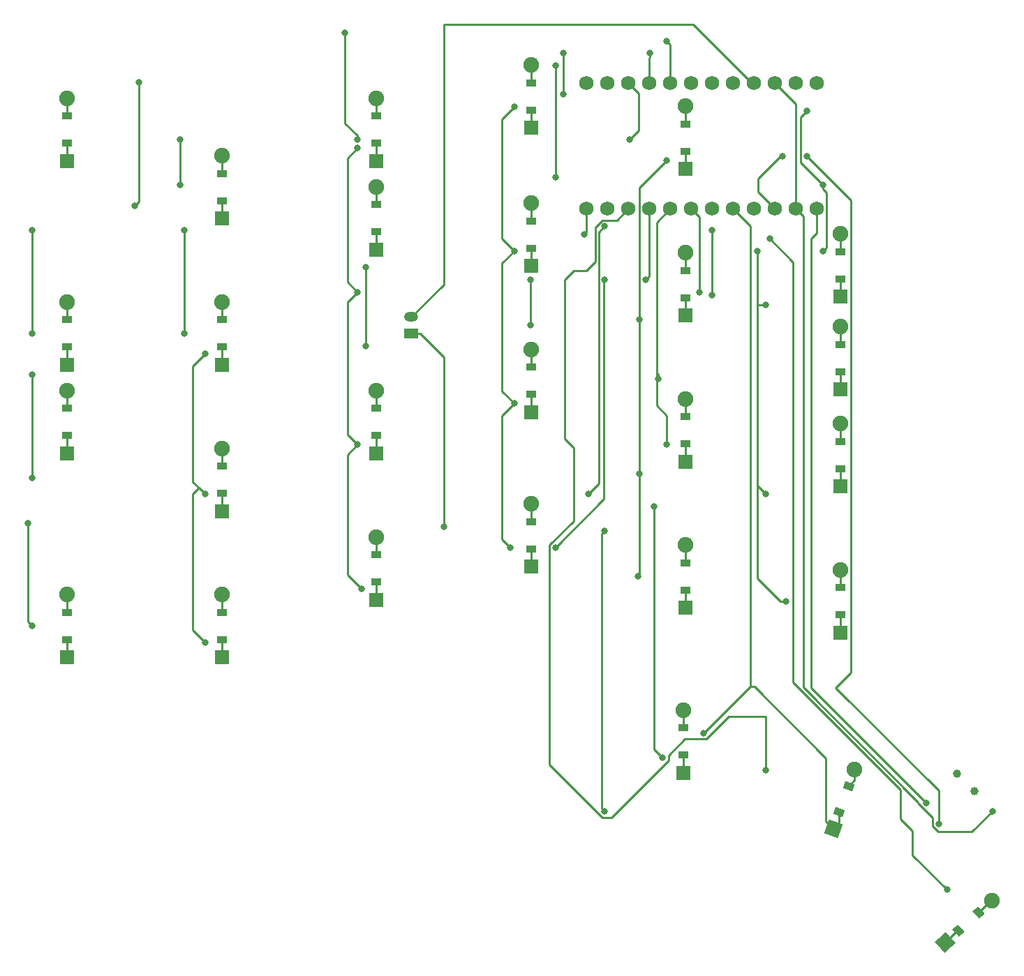
<source format=gbr>
%TF.GenerationSoftware,KiCad,Pcbnew,8.0.7*%
%TF.CreationDate,2024-12-27T12:49:26-06:00*%
%TF.ProjectId,left,6c656674-2e6b-4696-9361-645f70636258,v1.0.0*%
%TF.SameCoordinates,Original*%
%TF.FileFunction,Copper,L1,Top*%
%TF.FilePolarity,Positive*%
%FSLAX46Y46*%
G04 Gerber Fmt 4.6, Leading zero omitted, Abs format (unit mm)*
G04 Created by KiCad (PCBNEW 8.0.7) date 2024-12-27 12:49:26*
%MOMM*%
%LPD*%
G01*
G04 APERTURE LIST*
G04 Aperture macros list*
%AMRotRect*
0 Rectangle, with rotation*
0 The origin of the aperture is its center*
0 $1 length*
0 $2 width*
0 $3 Rotation angle, in degrees counterclockwise*
0 Add horizontal line*
21,1,$1,$2,0,0,$3*%
G04 Aperture macros list end*
%TA.AperFunction,WasherPad*%
%ADD10C,1.000000*%
%TD*%
%TA.AperFunction,ComponentPad*%
%ADD11R,1.778000X1.778000*%
%TD*%
%TA.AperFunction,SMDPad,CuDef*%
%ADD12R,1.200000X0.900000*%
%TD*%
%TA.AperFunction,ComponentPad*%
%ADD13C,1.905000*%
%TD*%
%TA.AperFunction,ComponentPad*%
%ADD14C,1.752600*%
%TD*%
%TA.AperFunction,ComponentPad*%
%ADD15RotRect,1.778000X1.778000X42.000000*%
%TD*%
%TA.AperFunction,SMDPad,CuDef*%
%ADD16RotRect,0.900000X1.200000X42.000000*%
%TD*%
%TA.AperFunction,ComponentPad*%
%ADD17R,1.700000X1.200000*%
%TD*%
%TA.AperFunction,ComponentPad*%
%ADD18O,1.700000X1.200000*%
%TD*%
%TA.AperFunction,ComponentPad*%
%ADD19RotRect,1.778000X1.778000X70.000000*%
%TD*%
%TA.AperFunction,SMDPad,CuDef*%
%ADD20RotRect,0.900000X1.200000X70.000000*%
%TD*%
%TA.AperFunction,ViaPad*%
%ADD21C,0.800000*%
%TD*%
%TA.AperFunction,Conductor*%
%ADD22C,0.250000*%
%TD*%
G04 APERTURE END LIST*
D10*
%TO.P,T1,*%
%TO.N,*%
X215677512Y-171443932D03*
X217835532Y-173527908D03*
%TD*%
D11*
%TO.P,D13,1*%
%TO.N,P115*%
X182800000Y-133560000D03*
D12*
X182800000Y-131400000D03*
%TO.P,D13,2*%
%TO.N,fifth_bottom*%
X182800000Y-128100000D03*
D13*
X182800000Y-125940000D03*
%TD*%
D11*
%TO.P,D14,1*%
%TO.N,P002*%
X182800000Y-115810000D03*
D12*
X182800000Y-113650000D03*
%TO.P,D14,2*%
%TO.N,fifth_home*%
X182800000Y-110350000D03*
D13*
X182800000Y-108190000D03*
%TD*%
D11*
%TO.P,D25,1*%
%TO.N,P002*%
X145300000Y-107810000D03*
D12*
X145300000Y-105650000D03*
%TO.P,D25,2*%
%TO.N,third_home*%
X145300000Y-102350000D03*
D13*
X145300000Y-100190000D03*
%TD*%
D14*
%TO.P,MCU1,1*%
%TO.N,P006*%
X198720000Y-87630000D03*
%TO.P,MCU1,2*%
%TO.N,P008*%
X196180000Y-87630000D03*
%TO.P,MCU1,3*%
%TO.N,GND*%
X193640000Y-87630000D03*
%TO.P,MCU1,4*%
X191100000Y-87630000D03*
%TO.P,MCU1,5*%
%TO.N,P017*%
X188560000Y-87630000D03*
%TO.P,MCU1,6*%
%TO.N,P020*%
X186020000Y-87630000D03*
%TO.P,MCU1,7*%
%TO.N,P022*%
X183480000Y-87630000D03*
%TO.P,MCU1,8*%
%TO.N,P024*%
X180940000Y-87630000D03*
%TO.P,MCU1,9*%
%TO.N,P100*%
X178400000Y-87630000D03*
%TO.P,MCU1,10*%
%TO.N,P011*%
X175860000Y-87630000D03*
%TO.P,MCU1,11*%
%TO.N,P104*%
X173320000Y-87630000D03*
%TO.P,MCU1,12*%
%TO.N,P106*%
X170780000Y-87630000D03*
%TO.P,MCU1,13*%
%TO.N,P009*%
X170780000Y-102870000D03*
%TO.P,MCU1,14*%
%TO.N,P010*%
X173320000Y-102870000D03*
%TO.P,MCU1,15*%
%TO.N,P111*%
X175860000Y-102870000D03*
%TO.P,MCU1,16*%
%TO.N,P113*%
X178400000Y-102870000D03*
%TO.P,MCU1,17*%
%TO.N,P115*%
X180940000Y-102870000D03*
%TO.P,MCU1,18*%
%TO.N,P002*%
X183480000Y-102870000D03*
%TO.P,MCU1,19*%
%TO.N,P029*%
X186020000Y-102870000D03*
%TO.P,MCU1,20*%
%TO.N,P031*%
X188560000Y-102870000D03*
%TO.P,MCU1,21*%
%TO.N,VCC*%
X191100000Y-102870000D03*
%TO.P,MCU1,22*%
%TO.N,RST*%
X193640000Y-102870000D03*
%TO.P,MCU1,23*%
%TO.N,GND*%
X196180000Y-102870000D03*
%TO.P,MCU1,24*%
%TO.N,RAW*%
X198720000Y-102870000D03*
%TD*%
D11*
%TO.P,D27,1*%
%TO.N,P029*%
X164050000Y-93060000D03*
D12*
X164050000Y-90900000D03*
%TO.P,D27,2*%
%TO.N,fourth_top*%
X164050000Y-87600000D03*
D13*
X164050000Y-85440000D03*
%TD*%
D11*
%TO.P,D1,1*%
%TO.N,P113*%
X107800000Y-157310000D03*
D12*
X107800000Y-155150000D03*
%TO.P,D1,2*%
%TO.N,first_mod*%
X107800000Y-151850000D03*
D13*
X107800000Y-149690000D03*
%TD*%
D11*
%TO.P,D12,1*%
%TO.N,P113*%
X182800000Y-151310000D03*
D12*
X182800000Y-149150000D03*
%TO.P,D12,2*%
%TO.N,fifth_mod*%
X182800000Y-145850000D03*
D13*
X182800000Y-143690000D03*
%TD*%
D11*
%TO.P,D11,1*%
%TO.N,P002*%
X164050000Y-109810000D03*
D12*
X164050000Y-107650000D03*
%TO.P,D11,2*%
%TO.N,fourth_home*%
X164050000Y-104350000D03*
D13*
X164050000Y-102190000D03*
%TD*%
D11*
%TO.P,D15,1*%
%TO.N,P029*%
X182800000Y-98060000D03*
D12*
X182800000Y-95900000D03*
%TO.P,D15,2*%
%TO.N,fifth_top*%
X182800000Y-92600000D03*
D13*
X182800000Y-90440000D03*
%TD*%
D15*
%TO.P,D20,1*%
%TO.N,P031*%
X214315419Y-191907998D03*
D16*
X215920612Y-190462676D03*
%TO.P,D20,2*%
%TO.N,far_thumb*%
X218372990Y-188254544D03*
D13*
X219978183Y-186809222D03*
%TD*%
D11*
%TO.P,D22,1*%
%TO.N,P002*%
X201550000Y-124810000D03*
D12*
X201550000Y-122650000D03*
%TO.P,D22,2*%
%TO.N,sixth_home*%
X201550000Y-119350000D03*
D13*
X201550000Y-117190000D03*
%TD*%
D11*
%TO.P,D18,1*%
%TO.N,P031*%
X182550000Y-171310000D03*
D12*
X182550000Y-169150000D03*
%TO.P,D18,2*%
%TO.N,near_thumb*%
X182550000Y-165850000D03*
D13*
X182550000Y-163690000D03*
%TD*%
D11*
%TO.P,D24,1*%
%TO.N,P029*%
X107800000Y-97060000D03*
D12*
X107800000Y-94900000D03*
%TO.P,D24,2*%
%TO.N,first_top*%
X107800000Y-91600000D03*
D13*
X107800000Y-89440000D03*
%TD*%
D11*
%TO.P,D9,1*%
%TO.N,P029*%
X145300000Y-97060000D03*
D12*
X145300000Y-94900000D03*
%TO.P,D9,2*%
%TO.N,third_top*%
X145300000Y-91600000D03*
D13*
X145300000Y-89440000D03*
%TD*%
D11*
%TO.P,D4,1*%
%TO.N,P115*%
X126550000Y-139560000D03*
D12*
X126550000Y-137400000D03*
%TO.P,D4,2*%
%TO.N,second_bottom*%
X126550000Y-134100000D03*
D13*
X126550000Y-131940000D03*
%TD*%
D11*
%TO.P,D3,1*%
%TO.N,P113*%
X126550000Y-157310000D03*
D12*
X126550000Y-155150000D03*
%TO.P,D3,2*%
%TO.N,second_mod*%
X126550000Y-151850000D03*
D13*
X126550000Y-149690000D03*
%TD*%
D11*
%TO.P,D16,1*%
%TO.N,P113*%
X201550000Y-154310000D03*
D12*
X201550000Y-152150000D03*
%TO.P,D16,2*%
%TO.N,sixth_mod*%
X201550000Y-148850000D03*
D13*
X201550000Y-146690000D03*
%TD*%
D11*
%TO.P,D17,1*%
%TO.N,P115*%
X201550000Y-136560000D03*
D12*
X201550000Y-134400000D03*
%TO.P,D17,2*%
%TO.N,sixth_bottom*%
X201550000Y-131100000D03*
D13*
X201550000Y-128940000D03*
%TD*%
D11*
%TO.P,D26,1*%
%TO.N,P113*%
X164050000Y-146310000D03*
D12*
X164050000Y-144150000D03*
%TO.P,D26,2*%
%TO.N,fourth_mod*%
X164050000Y-140850000D03*
D13*
X164050000Y-138690000D03*
%TD*%
D17*
%TO.P,JST1,1*%
%TO.N,pos*%
X149550000Y-118000000D03*
D18*
%TO.P,JST1,2*%
%TO.N,GND*%
X149550000Y-116000000D03*
%TD*%
D11*
%TO.P,D23,1*%
%TO.N,P115*%
X107800000Y-132560000D03*
D12*
X107800000Y-130400000D03*
%TO.P,D23,2*%
%TO.N,first_bottom*%
X107800000Y-127100000D03*
D13*
X107800000Y-124940000D03*
%TD*%
D11*
%TO.P,D21,1*%
%TO.N,P029*%
X201550000Y-113560000D03*
D12*
X201550000Y-111400000D03*
%TO.P,D21,2*%
%TO.N,sixth_top*%
X201550000Y-108100000D03*
D13*
X201550000Y-105940000D03*
%TD*%
D11*
%TO.P,D8,1*%
%TO.N,P115*%
X145300000Y-132560000D03*
D12*
X145300000Y-130400000D03*
%TO.P,D8,2*%
%TO.N,third_bottom*%
X145300000Y-127100000D03*
D13*
X145300000Y-124940000D03*
%TD*%
D11*
%TO.P,D7,1*%
%TO.N,P113*%
X145300000Y-150310000D03*
D12*
X145300000Y-148150000D03*
%TO.P,D7,2*%
%TO.N,third_mod*%
X145300000Y-144850000D03*
D13*
X145300000Y-142690000D03*
%TD*%
D11*
%TO.P,D10,1*%
%TO.N,P115*%
X164050000Y-127560000D03*
D12*
X164050000Y-125400000D03*
%TO.P,D10,2*%
%TO.N,fourth_bottom*%
X164050000Y-122100000D03*
D13*
X164050000Y-119940000D03*
%TD*%
D11*
%TO.P,D5,1*%
%TO.N,P002*%
X126550000Y-121810000D03*
D12*
X126550000Y-119650000D03*
%TO.P,D5,2*%
%TO.N,second_home*%
X126550000Y-116350000D03*
D13*
X126550000Y-114190000D03*
%TD*%
D19*
%TO.P,D19,1*%
%TO.N,P031*%
X200699005Y-178098413D03*
D20*
X201437769Y-176068677D03*
%TO.P,D19,2*%
%TO.N,home_thumb*%
X202566435Y-172967691D03*
D13*
X203305199Y-170937955D03*
%TD*%
D11*
%TO.P,D6,1*%
%TO.N,P029*%
X126550000Y-104060000D03*
D12*
X126550000Y-101900000D03*
%TO.P,D6,2*%
%TO.N,second_top*%
X126550000Y-98600000D03*
D13*
X126550000Y-96440000D03*
%TD*%
D11*
%TO.P,D2,1*%
%TO.N,P002*%
X107800000Y-121810000D03*
D12*
X107800000Y-119650000D03*
%TO.P,D2,2*%
%TO.N,first_home*%
X107800000Y-116350000D03*
D13*
X107800000Y-114190000D03*
%TD*%
D21*
%TO.N,P020*%
X116000000Y-102500000D03*
X103500000Y-105500000D03*
X103000000Y-141000000D03*
X103500000Y-153500000D03*
X103500000Y-118000000D03*
X103500000Y-123000000D03*
X103500000Y-135500000D03*
X116500000Y-87500000D03*
%TO.N,P022*%
X124500000Y-137500000D03*
X167000000Y-99000000D03*
X167000000Y-85500000D03*
X124500000Y-155500000D03*
X122000000Y-105500000D03*
X124500000Y-120500000D03*
X122000000Y-118000000D03*
%TO.N,P024*%
X143000000Y-131500000D03*
X143000000Y-94500000D03*
X143000000Y-95500000D03*
X143000000Y-113000000D03*
X141500000Y-81500000D03*
X143500000Y-149000000D03*
X180500000Y-82500000D03*
%TO.N,P100*%
X162000000Y-90500000D03*
X161500000Y-144000000D03*
X168000000Y-89000000D03*
X162000000Y-108000000D03*
X162000000Y-126500000D03*
X178500000Y-84000000D03*
X168000000Y-84000000D03*
%TO.N,P011*%
X177198700Y-116275000D03*
X180500000Y-97000000D03*
X176000000Y-94500000D03*
X177000000Y-147500000D03*
X177198700Y-135000000D03*
%TO.N,P017*%
X192500000Y-137500000D03*
X192500000Y-114500000D03*
X199500000Y-108000000D03*
X191500000Y-108000000D03*
X199500000Y-100000000D03*
X195000000Y-150500000D03*
X197500000Y-91000000D03*
%TO.N,P010*%
X173000000Y-105000000D03*
X180000000Y-169500000D03*
X171000000Y-137500000D03*
X179000000Y-139000000D03*
%TO.N,P111*%
X192500000Y-171000000D03*
%TO.N,P009*%
X170500000Y-106000000D03*
X193000000Y-106500000D03*
X214500000Y-185500000D03*
%TO.N,P113*%
X167000000Y-144000000D03*
X178000000Y-111500000D03*
X173000000Y-111500000D03*
%TO.N,P002*%
X164000000Y-111500000D03*
X144000000Y-119500000D03*
X144000000Y-110000000D03*
X164000000Y-117000000D03*
X184500000Y-113000000D03*
%TO.N,P115*%
X179500000Y-123500000D03*
X180500000Y-131500000D03*
%TO.N,P029*%
X186000000Y-105500000D03*
X186000000Y-113349998D03*
X121500000Y-100000000D03*
X121500000Y-94500000D03*
%TO.N,P031*%
X185000000Y-166500000D03*
%TO.N,RAW*%
X212000000Y-175000000D03*
%TO.N,GND*%
X220000000Y-176000000D03*
%TO.N,RST*%
X197500000Y-96500000D03*
X213500000Y-177500000D03*
X194512653Y-96487347D03*
%TO.N,pos*%
X173000000Y-176000000D03*
X153500000Y-141500000D03*
X173000000Y-142000000D03*
%TD*%
D22*
%TO.N,P020*%
X103000000Y-141000000D02*
X103000000Y-153000000D01*
X103500000Y-123000000D02*
X103500000Y-135500000D01*
X116500000Y-102000000D02*
X116500000Y-87500000D01*
X116000000Y-102500000D02*
X116500000Y-102000000D01*
X103500000Y-105500000D02*
X103500000Y-118000000D01*
X103000000Y-153000000D02*
X103500000Y-153500000D01*
%TO.N,first_mod*%
X107800000Y-151850000D02*
X107800000Y-149690000D01*
%TO.N,first_bottom*%
X107800000Y-127100000D02*
X107800000Y-124940000D01*
%TO.N,first_home*%
X107800000Y-116350000D02*
X107800000Y-114190000D01*
%TO.N,first_top*%
X107800000Y-91600000D02*
X107800000Y-89440000D01*
%TO.N,P022*%
X123024100Y-137475900D02*
X123024100Y-154024100D01*
X123750000Y-136750000D02*
X123024100Y-137475900D01*
X123024100Y-154024100D02*
X124500000Y-155500000D01*
X124500000Y-120500000D02*
X123024100Y-121975900D01*
X123750000Y-136750000D02*
X124500000Y-137500000D01*
X167000000Y-99000000D02*
X167000000Y-85500000D01*
X123024100Y-136024100D02*
X123750000Y-136750000D01*
X123024100Y-121975900D02*
X123024100Y-136024100D01*
X122000000Y-105500000D02*
X122000000Y-118000000D01*
%TO.N,second_mod*%
X126550000Y-149690000D02*
X126550000Y-151850000D01*
%TO.N,second_bottom*%
X126550000Y-131940000D02*
X126550000Y-134100000D01*
%TO.N,second_home*%
X126550000Y-114190000D02*
X126550000Y-116350000D01*
%TO.N,second_top*%
X126550000Y-98600000D02*
X126550000Y-96440000D01*
%TO.N,P024*%
X180500000Y-82500000D02*
X180940000Y-82940000D01*
X180940000Y-82940000D02*
X180940000Y-87630000D01*
X141774100Y-130274100D02*
X143000000Y-131500000D01*
X143000000Y-113000000D02*
X141774100Y-114225900D01*
X143000000Y-94000000D02*
X141500000Y-92500000D01*
X141774100Y-147274100D02*
X143500000Y-149000000D01*
X143000000Y-95500000D02*
X141774100Y-96725900D01*
X141774100Y-114225900D02*
X141774100Y-130274100D01*
X141774100Y-132725900D02*
X141774100Y-147274100D01*
X141500000Y-92500000D02*
X141500000Y-81500000D01*
X143000000Y-131500000D02*
X141774100Y-132725900D01*
X141774100Y-111774100D02*
X143000000Y-113000000D01*
X143000000Y-94500000D02*
X143000000Y-94000000D01*
X141774100Y-96725900D02*
X141774100Y-111774100D01*
%TO.N,third_mod*%
X145300000Y-144850000D02*
X145300000Y-142690000D01*
%TO.N,third_bottom*%
X145300000Y-127100000D02*
X145300000Y-124940000D01*
%TO.N,third_home*%
X145300000Y-102350000D02*
X145300000Y-100190000D01*
%TO.N,third_top*%
X145300000Y-91600000D02*
X145300000Y-89440000D01*
%TO.N,P100*%
X162000000Y-108000000D02*
X160524100Y-109475900D01*
X160524100Y-106524100D02*
X162000000Y-108000000D01*
X160524100Y-91975900D02*
X160524100Y-106524100D01*
X162000000Y-126500000D02*
X160524100Y-127975900D01*
X160524100Y-125024100D02*
X162000000Y-126500000D01*
X168000000Y-89000000D02*
X168000000Y-84000000D01*
X160524100Y-109475900D02*
X160524100Y-125024100D01*
X160524100Y-143024100D02*
X161500000Y-144000000D01*
X178500000Y-84500000D02*
X178400000Y-84600000D01*
X178400000Y-84600000D02*
X178400000Y-87630000D01*
X160524100Y-127975900D02*
X160524100Y-143024100D01*
X162000000Y-90500000D02*
X160524100Y-91975900D01*
X178500000Y-84000000D02*
X178500000Y-84500000D01*
%TO.N,fourth_mod*%
X164050000Y-138690000D02*
X164050000Y-140850000D01*
%TO.N,fourth_bottom*%
X164050000Y-119940000D02*
X164050000Y-122100000D01*
%TO.N,fourth_home*%
X164050000Y-102190000D02*
X164050000Y-104350000D01*
%TO.N,fourth_top*%
X164050000Y-85440000D02*
X164050000Y-87600000D01*
%TO.N,P011*%
X177089500Y-93410500D02*
X177089500Y-88859500D01*
X180500000Y-97000000D02*
X177198700Y-100301300D01*
X177198700Y-135000000D02*
X177198700Y-147301300D01*
X177198700Y-147301300D02*
X177000000Y-147500000D01*
X177198700Y-100301300D02*
X177198700Y-135000000D01*
X176000000Y-94500000D02*
X177089500Y-93410500D01*
X177089500Y-88859500D02*
X175860000Y-87630000D01*
%TO.N,fifth_mod*%
X182800000Y-143690000D02*
X182800000Y-145850000D01*
%TO.N,fifth_bottom*%
X182800000Y-125940000D02*
X182800000Y-128100000D01*
%TO.N,fifth_home*%
X182800000Y-108190000D02*
X182800000Y-110350000D01*
%TO.N,fifth_top*%
X182800000Y-90440000D02*
X182800000Y-92600000D01*
%TO.N,P017*%
X196775000Y-97275000D02*
X196775000Y-91725000D01*
X191500000Y-147704999D02*
X194295001Y-150500000D01*
X192500000Y-114500000D02*
X191500000Y-114500000D01*
X191500000Y-114500000D02*
X191500000Y-136500000D01*
X194295001Y-150500000D02*
X195000000Y-150500000D01*
X196775000Y-91725000D02*
X197500000Y-91000000D01*
X191500000Y-108000000D02*
X191500000Y-114500000D01*
X199921300Y-107578700D02*
X199500000Y-108000000D01*
X191500000Y-136500000D02*
X191500000Y-147704999D01*
X199500000Y-100000000D02*
X196775000Y-97275000D01*
X199921300Y-100921300D02*
X199921300Y-107578700D01*
X199500000Y-100000000D02*
X199500000Y-100500000D01*
X199500000Y-100500000D02*
X199921300Y-100921300D01*
X192500000Y-137500000D02*
X191500000Y-136500000D01*
%TO.N,sixth_mod*%
X201550000Y-146690000D02*
X201550000Y-148850000D01*
%TO.N,sixth_bottom*%
X201550000Y-128940000D02*
X201550000Y-131100000D01*
%TO.N,sixth_home*%
X201550000Y-117190000D02*
X201550000Y-119350000D01*
%TO.N,sixth_top*%
X201550000Y-105940000D02*
X201550000Y-108100000D01*
%TO.N,P010*%
X172275000Y-136225000D02*
X171000000Y-137500000D01*
X173000000Y-105000000D02*
X172275000Y-105725000D01*
X179000000Y-168500000D02*
X180000000Y-169500000D01*
X172275000Y-105725000D02*
X172275000Y-136225000D01*
X179000000Y-139000000D02*
X179000000Y-168500000D01*
%TO.N,near_thumb*%
X182550000Y-163690000D02*
X182550000Y-165850000D01*
%TO.N,P111*%
X180725000Y-169199695D02*
X180725000Y-169800305D01*
X166275000Y-170300305D02*
X166275000Y-143699695D01*
X188025305Y-164500000D02*
X185300305Y-167225000D01*
X169223350Y-110375000D02*
X170776650Y-110375000D01*
X169223350Y-131875000D02*
X168125000Y-130776650D01*
X173800305Y-176725000D02*
X172699695Y-176725000D01*
X185300305Y-167225000D02*
X182699695Y-167225000D01*
X166275000Y-143699695D02*
X169223350Y-140751345D01*
X192500000Y-164500000D02*
X188025305Y-164500000D01*
X192500000Y-171000000D02*
X192500000Y-164500000D01*
X172699695Y-176725000D02*
X166275000Y-170300305D01*
X174455000Y-104275000D02*
X175860000Y-102870000D01*
X171825000Y-105149695D02*
X172699695Y-104275000D01*
X169223350Y-140751345D02*
X169223350Y-131875000D01*
X182699695Y-167225000D02*
X180725000Y-169199695D01*
X170776650Y-110375000D02*
X171825000Y-109326650D01*
X180725000Y-169800305D02*
X173800305Y-176725000D01*
X168125000Y-130776650D02*
X168125000Y-111473350D01*
X172699695Y-104275000D02*
X174455000Y-104275000D01*
X171825000Y-109326650D02*
X171825000Y-105149695D01*
X168125000Y-111473350D02*
X169223350Y-110375000D01*
%TO.N,home_thumb*%
X203305199Y-170937955D02*
X203305199Y-172228927D01*
X203305199Y-172228927D02*
X202566435Y-172967691D01*
%TO.N,P009*%
X170780000Y-105720000D02*
X170780000Y-102870000D01*
X208893837Y-176911976D02*
X208893837Y-173393837D01*
X214500000Y-185500000D02*
X210340587Y-181340587D01*
X208893837Y-173393837D02*
X195839500Y-160339500D01*
X195839500Y-160339500D02*
X195839500Y-109339500D01*
X170500000Y-106000000D02*
X170780000Y-105720000D01*
X210340587Y-178358726D02*
X208893837Y-176911976D01*
X195839500Y-109339500D02*
X193000000Y-106500000D01*
X210340587Y-181340587D02*
X210340587Y-178358726D01*
%TO.N,far_thumb*%
X219978183Y-186809222D02*
X219818312Y-186809222D01*
X219818312Y-186809222D02*
X218372990Y-188254544D01*
%TO.N,P113*%
X167000000Y-144000000D02*
X172910500Y-138089500D01*
X126550000Y-155150000D02*
X126550000Y-157310000D01*
X107800000Y-155150000D02*
X107800000Y-157310000D01*
X164050000Y-144150000D02*
X164050000Y-146310000D01*
X201550000Y-152150000D02*
X201550000Y-154310000D01*
X178000000Y-111500000D02*
X178400000Y-111100000D01*
X182800000Y-149150000D02*
X182800000Y-151310000D01*
X172910500Y-138089500D02*
X172910500Y-111589500D01*
X172910500Y-111589500D02*
X173000000Y-111500000D01*
X145300000Y-150310000D02*
X145300000Y-148150000D01*
X178400000Y-111100000D02*
X178400000Y-102870000D01*
%TO.N,P002*%
X182800000Y-113650000D02*
X182800000Y-115810000D01*
X144000000Y-119500000D02*
X144000000Y-110000000D01*
X164000000Y-111500000D02*
X164000000Y-117000000D01*
X164050000Y-107650000D02*
X164050000Y-109810000D01*
X184500000Y-113000000D02*
X184500000Y-103890000D01*
X145300000Y-107810000D02*
X145300000Y-105650000D01*
X126550000Y-119650000D02*
X126550000Y-121810000D01*
X201550000Y-122650000D02*
X201550000Y-124810000D01*
X184500000Y-103890000D02*
X183480000Y-102870000D01*
X107800000Y-121810000D02*
X107800000Y-119650000D01*
%TO.N,P115*%
X145300000Y-132560000D02*
X145300000Y-130400000D01*
X164050000Y-125400000D02*
X164050000Y-127560000D01*
X179274100Y-122500000D02*
X179274100Y-104535900D01*
X179500000Y-123000000D02*
X179274100Y-122774100D01*
X201550000Y-134400000D02*
X201550000Y-136560000D01*
X179274100Y-122500000D02*
X179274100Y-126757784D01*
X182800000Y-131400000D02*
X182800000Y-133560000D01*
X179500000Y-123500000D02*
X179500000Y-123000000D01*
X179274100Y-126757784D02*
X180500000Y-127983684D01*
X179274100Y-104535900D02*
X180940000Y-102870000D01*
X107800000Y-132560000D02*
X107800000Y-130400000D01*
X179274100Y-122774100D02*
X179274100Y-122500000D01*
X126550000Y-137400000D02*
X126550000Y-139560000D01*
X180500000Y-127983684D02*
X180500000Y-131500000D01*
%TO.N,P029*%
X182800000Y-95900000D02*
X182800000Y-98060000D01*
X126550000Y-101900000D02*
X126550000Y-104060000D01*
X107800000Y-94900000D02*
X107800000Y-97060000D01*
X201550000Y-111400000D02*
X201550000Y-113560000D01*
X186000000Y-105500000D02*
X186000000Y-113349998D01*
X145300000Y-97060000D02*
X145300000Y-94900000D01*
X121500000Y-94500000D02*
X121500000Y-100000000D01*
X164050000Y-90900000D02*
X164050000Y-93060000D01*
%TO.N,P031*%
X191138066Y-160875000D02*
X199811979Y-169548913D01*
X190625000Y-104935000D02*
X188560000Y-102870000D01*
X199811979Y-169548913D02*
X199811979Y-177211387D01*
X190625000Y-160875000D02*
X190625000Y-104935000D01*
X190625000Y-160875000D02*
X191138066Y-160875000D01*
X201437769Y-176068677D02*
X201437769Y-177359649D01*
X215760741Y-190462676D02*
X214315419Y-191907998D01*
X201437769Y-177359649D02*
X200699005Y-178098413D01*
X215920612Y-190462676D02*
X215760741Y-190462676D01*
X185000000Y-166500000D02*
X190625000Y-160875000D01*
X182550000Y-169150000D02*
X182550000Y-171310000D01*
X199811979Y-177211387D02*
X200699005Y-178098413D01*
%TO.N,RAW*%
X212000000Y-175000000D02*
X198000000Y-161000000D01*
X198000000Y-106500000D02*
X198720000Y-105780000D01*
X198000000Y-161000000D02*
X198000000Y-106500000D01*
X198720000Y-105780000D02*
X198720000Y-102870000D01*
%TO.N,GND*%
X196180000Y-90170000D02*
X196180000Y-102870000D01*
X212775000Y-176800305D02*
X212775000Y-177800305D01*
X153500000Y-112050000D02*
X153500000Y-80500000D01*
X183717257Y-80500000D02*
X190847257Y-87630000D01*
X217500000Y-178500000D02*
X220000000Y-176000000D01*
X213474695Y-178500000D02*
X217500000Y-178500000D01*
X197056300Y-103746300D02*
X197056300Y-160919904D01*
X197056300Y-160919904D02*
X211000000Y-174863604D01*
X196180000Y-102870000D02*
X197056300Y-103746300D01*
X193640000Y-87630000D02*
X196180000Y-90170000D01*
X149550000Y-116000000D02*
X153500000Y-112050000D01*
X153500000Y-80500000D02*
X183717257Y-80500000D01*
X190847257Y-87630000D02*
X191100000Y-87630000D01*
X211000000Y-174863604D02*
X211000000Y-175025305D01*
X212775000Y-177800305D02*
X213474695Y-178500000D01*
X211000000Y-175025305D02*
X212775000Y-176800305D01*
%TO.N,RST*%
X213500000Y-177500000D02*
X213500000Y-173500000D01*
X202827500Y-159172500D02*
X202827500Y-101827500D01*
X191597595Y-100827595D02*
X193640000Y-102870000D01*
X213500000Y-173500000D02*
X201000000Y-161000000D01*
X194512653Y-96487347D02*
X194311003Y-96487347D01*
X194311003Y-96487347D02*
X191597595Y-99200755D01*
X191597595Y-99200755D02*
X191597595Y-100827595D01*
X202827500Y-101827500D02*
X197500000Y-96500000D01*
X201000000Y-161000000D02*
X202827500Y-159172500D01*
%TO.N,pos*%
X150650000Y-118000000D02*
X149550000Y-118000000D01*
X172660500Y-175660500D02*
X173000000Y-176000000D01*
X172660500Y-142339500D02*
X172660500Y-175660500D01*
X153500000Y-141500000D02*
X153500000Y-120850000D01*
X153500000Y-120850000D02*
X150650000Y-118000000D01*
X173000000Y-142000000D02*
X172660500Y-142339500D01*
%TD*%
M02*

</source>
